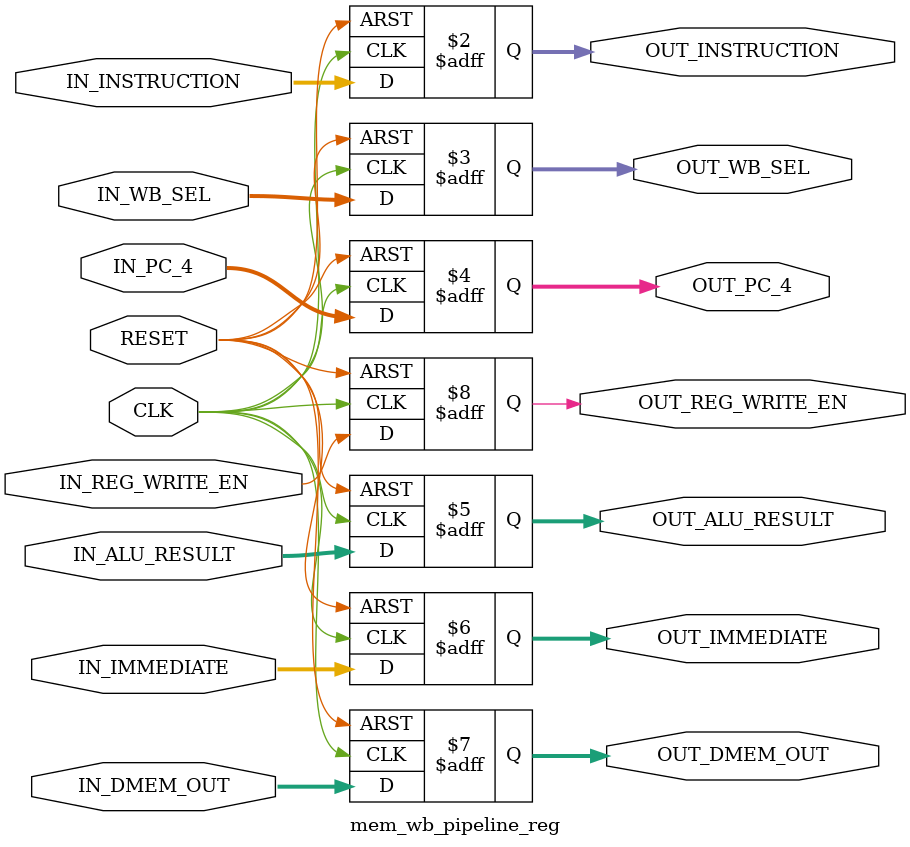
<source format=v>
module mem_wb_pipeline_reg(
    IN_INSTRUCTION,  //INSTRUCTION [11:7]
    IN_PC_4,
    IN_ALU_RESULT, 
    IN_IMMEDIATE,
    IN_DMEM_OUT,
    IN_WB_SEL,
    IN_REG_WRITE_EN,
    OUT_INSTRUCTION,
    OUT_PC_4,
    OUT_ALU_RESULT,
    OUT_IMMEDIATE, 
    OUT_DMEM_OUT,
    OUT_WB_SEL,
    OUT_REG_WRITE_EN,
    CLK, 
    RESET);

    input [4:0] IN_INSTRUCTION;
    input [1:0] IN_WB_SEL;
    input [31:0] IN_PC_4, IN_ALU_RESULT, IN_IMMEDIATE, IN_DMEM_OUT;   
    input IN_REG_WRITE_EN, CLK, RESET;

    output reg [4:0] OUT_INSTRUCTION;
    output reg [1:0] OUT_WB_SEL;
    output reg [31:0] OUT_PC_4, OUT_ALU_RESULT, OUT_IMMEDIATE, OUT_DMEM_OUT; 
    output reg OUT_REG_WRITE_EN;

    always @(posedge CLK or posedge RESET) begin
        if (RESET) begin
            OUT_INSTRUCTION <= 5'b0;
            OUT_PC_4 <= 32'b0;
            OUT_ALU_RESULT <= 32'b0;
            OUT_IMMEDIATE <=  32'b0;
            OUT_DMEM_OUT <= 32'b0;
            OUT_WB_SEL <= 2'bx;
            OUT_REG_WRITE_EN <= 1'bx;
        end
        else begin
            OUT_INSTRUCTION <= IN_INSTRUCTION;
            OUT_PC_4 <= IN_PC_4;
            OUT_ALU_RESULT <= IN_ALU_RESULT;
            OUT_IMMEDIATE <= IN_IMMEDIATE;
            OUT_DMEM_OUT <= IN_DMEM_OUT;
            OUT_WB_SEL <= IN_WB_SEL;
            OUT_REG_WRITE_EN <= IN_REG_WRITE_EN;
        end
    end

endmodule
</source>
